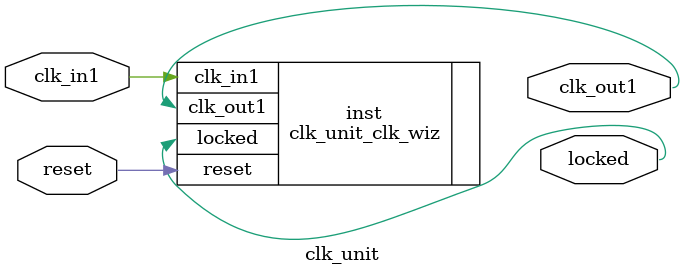
<source format=v>


`timescale 1ps/1ps

(* CORE_GENERATION_INFO = "clk_unit,clk_wiz_v6_0_2_0_0,{component_name=clk_unit,use_phase_alignment=true,use_min_o_jitter=false,use_max_i_jitter=false,use_dyn_phase_shift=false,use_inclk_switchover=false,use_dyn_reconfig=false,enable_axi=0,feedback_source=FDBK_AUTO,PRIMITIVE=MMCM,num_out_clk=1,clkin1_period=8.000,clkin2_period=10.000,use_power_down=false,use_reset=true,use_locked=true,use_inclk_stopped=false,feedback_type=SINGLE,CLOCK_MGR_TYPE=NA,manual_override=false}" *)

module clk_unit 
 (
  // Clock out ports
  output        clk_out1,
  // Status and control signals
  input         reset,
  output        locked,
 // Clock in ports
  input         clk_in1
 );

  clk_unit_clk_wiz inst
  (
  // Clock out ports  
  .clk_out1(clk_out1),
  // Status and control signals               
  .reset(reset), 
  .locked(locked),
 // Clock in ports
  .clk_in1(clk_in1)
  );

endmodule

</source>
